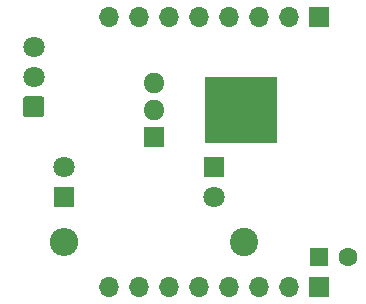
<source format=gbr>
%TF.GenerationSoftware,KiCad,Pcbnew,(5.1.7)-1*%
%TF.CreationDate,2020-12-07T09:32:12+01:00*%
%TF.ProjectId,RcOid,52634f69-642e-46b6-9963-61645f706362,1*%
%TF.SameCoordinates,Original*%
%TF.FileFunction,Soldermask,Bot*%
%TF.FilePolarity,Negative*%
%FSLAX46Y46*%
G04 Gerber Fmt 4.6, Leading zero omitted, Abs format (unit mm)*
G04 Created by KiCad (PCBNEW (5.1.7)-1) date 2020-12-07 09:32:12*
%MOMM*%
%LPD*%
G01*
G04 APERTURE LIST*
%ADD10O,1.800000X1.717500*%
%ADD11R,1.800000X1.717500*%
%ADD12R,6.200000X5.700000*%
%ADD13C,1.800000*%
%ADD14R,1.800000X1.800000*%
%ADD15R,1.600000X1.600000*%
%ADD16C,1.600000*%
%ADD17R,1.700000X1.700000*%
%ADD18O,1.700000X1.700000*%
%ADD19C,2.400000*%
%ADD20O,2.400000X2.400000*%
G04 APERTURE END LIST*
D10*
%TO.C,Q1*%
X134620000Y-99560000D03*
X134620000Y-101850000D03*
D11*
X134620000Y-104140000D03*
D12*
X142053333Y-101850000D03*
%TD*%
D13*
%TO.C,D2*%
X139700000Y-109220000D03*
D14*
X139700000Y-106680000D03*
%TD*%
D13*
%TO.C,D1*%
X127000000Y-106680000D03*
D14*
X127000000Y-109220000D03*
%TD*%
D15*
%TO.C,C1*%
X148590000Y-114300000D03*
D16*
X151090000Y-114300000D03*
%TD*%
D17*
%TO.C,J1*%
X148590000Y-93980000D03*
D18*
X146050000Y-93980000D03*
X143510000Y-93980000D03*
X140970000Y-93980000D03*
X138430000Y-93980000D03*
X135890000Y-93980000D03*
X133350000Y-93980000D03*
X130810000Y-93980000D03*
%TD*%
%TO.C,J2*%
X130810000Y-116840000D03*
X133350000Y-116840000D03*
X135890000Y-116840000D03*
X138430000Y-116840000D03*
X140970000Y-116840000D03*
X143510000Y-116840000D03*
X146050000Y-116840000D03*
D17*
X148590000Y-116840000D03*
%TD*%
D19*
%TO.C,R1*%
X142240000Y-113030000D03*
D20*
X127000000Y-113030000D03*
%TD*%
%TO.C,U1*%
G36*
G01*
X125109800Y-102500000D02*
X123810200Y-102500000D01*
G75*
G02*
X123560000Y-102249800I0J250200D01*
G01*
X123560000Y-100950200D01*
G75*
G02*
X123810200Y-100700000I250200J0D01*
G01*
X125109800Y-100700000D01*
G75*
G02*
X125360000Y-100950200I0J-250200D01*
G01*
X125360000Y-102249800D01*
G75*
G02*
X125109800Y-102500000I-250200J0D01*
G01*
G37*
D13*
X124460000Y-99060000D03*
X124460000Y-96520000D03*
%TD*%
M02*

</source>
